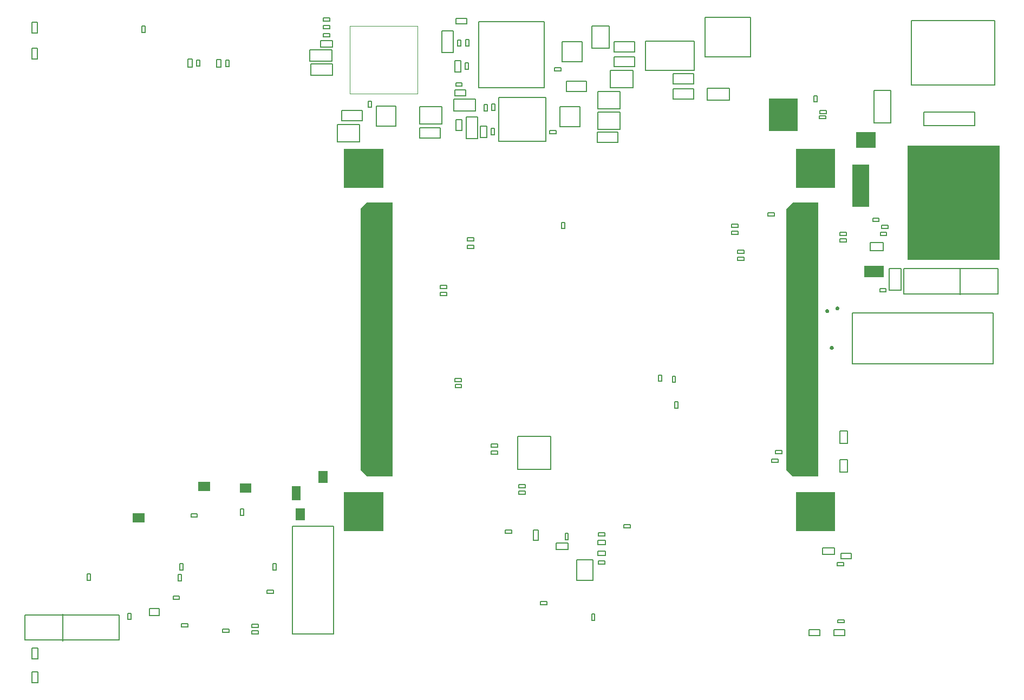
<source format=gbr>
G04*
G04 #@! TF.GenerationSoftware,Altium Limited,Altium Designer,24.2.2 (26)*
G04*
G04 Layer_Color=8388736*
%FSLAX25Y25*%
%MOIN*%
G70*
G04*
G04 #@! TF.SameCoordinates,80A8E479-4E92-43EF-BFA2-91FD1FC97BD2*
G04*
G04*
G04 #@! TF.FilePolarity,Positive*
G04*
G01*
G75*
%ADD12C,0.00787*%
%ADD16C,0.00394*%
G36*
X446286Y-49759D02*
X428571D01*
Y-29681D01*
X446286D01*
Y-49759D01*
D02*
G37*
G36*
X494050Y-60174D02*
X482239D01*
Y-50331D01*
X494050D01*
Y-60174D01*
D02*
G37*
G36*
X469181Y-84827D02*
X445047D01*
Y-60694D01*
X469181D01*
Y-84827D01*
D02*
G37*
G36*
X191031D02*
X166897D01*
Y-60694D01*
X191031D01*
Y-84827D01*
D02*
G37*
G36*
X490241Y-96348D02*
X480005D01*
Y-70364D01*
X490241D01*
Y-96348D01*
D02*
G37*
G36*
X570561Y-128909D02*
X513907D01*
Y-58850D01*
X570561D01*
Y-128909D01*
D02*
G37*
G36*
X499088Y-139575D02*
X487277D01*
Y-132685D01*
X499088D01*
Y-139575D01*
D02*
G37*
G36*
X471061Y-157698D02*
X471452Y-157959D01*
X471713Y-158349D01*
X471805Y-158810D01*
X471713Y-159271D01*
X471625Y-159402D01*
X471452Y-159662D01*
X471061Y-159923D01*
X470600Y-160014D01*
X470140Y-159923D01*
X469749Y-159662D01*
X469575Y-159402D01*
X469488Y-159271D01*
X469396Y-158810D01*
X469488Y-158349D01*
X469749Y-157959D01*
X470140Y-157698D01*
X470600Y-157606D01*
X471061Y-157698D01*
D02*
G37*
G36*
X464884Y-159470D02*
X465274Y-159731D01*
X465535Y-160122D01*
X465627Y-160583D01*
X465535Y-161044D01*
X465448Y-161174D01*
X465274Y-161434D01*
X464884Y-161695D01*
X464423Y-161787D01*
X463962Y-161695D01*
X463571Y-161434D01*
X463398Y-161174D01*
X463310Y-161044D01*
X463218Y-160583D01*
X463310Y-160122D01*
X463571Y-159731D01*
X463962Y-159470D01*
X464423Y-159379D01*
X464884Y-159470D01*
D02*
G37*
G36*
X467648Y-182187D02*
X468038Y-182448D01*
X468299Y-182838D01*
X468391Y-183299D01*
X468299Y-183760D01*
X468212Y-183891D01*
X468038Y-184151D01*
X467648Y-184412D01*
X467187Y-184504D01*
X466726Y-184412D01*
X466335Y-184151D01*
X466162Y-183891D01*
X466074Y-183760D01*
X465982Y-183299D01*
X466074Y-182838D01*
X466335Y-182448D01*
X466726Y-182187D01*
X467187Y-182095D01*
X467648Y-182187D01*
D02*
G37*
G36*
X459007Y-262347D02*
X443259D01*
X439322Y-258410D01*
Y-97701D01*
X443259Y-93764D01*
X459007D01*
Y-262347D01*
D02*
G37*
G36*
X196755D02*
X181007D01*
X177070Y-258410D01*
Y-97701D01*
X181007Y-93764D01*
X196755D01*
Y-262347D01*
D02*
G37*
G36*
X156992Y-266262D02*
X151283D01*
Y-258979D01*
X156992D01*
Y-266262D01*
D02*
G37*
G36*
X84525Y-271555D02*
X77241D01*
Y-265846D01*
X84525D01*
Y-271555D01*
D02*
G37*
G36*
X110002Y-272539D02*
X102718D01*
Y-266831D01*
X110002D01*
Y-272539D01*
D02*
G37*
G36*
X140116Y-276892D02*
X134761D01*
Y-268231D01*
X140116D01*
Y-276892D01*
D02*
G37*
G36*
X142932Y-289339D02*
X137223D01*
Y-282056D01*
X142932D01*
Y-289339D01*
D02*
G37*
G36*
X44193Y-290650D02*
X36909D01*
Y-284941D01*
X44193D01*
Y-290650D01*
D02*
G37*
G36*
X469181Y-296048D02*
X445047D01*
Y-271914D01*
X469181D01*
Y-296048D01*
D02*
G37*
G36*
X191031D02*
X166897D01*
Y-271914D01*
X191031D01*
Y-296048D01*
D02*
G37*
D12*
X160645Y-359497D02*
Y-293159D01*
X135055Y-359497D02*
X160645D01*
X135055D02*
Y-293159D01*
X160645D01*
X119406Y-332431D02*
X123343D01*
Y-334400D02*
Y-332431D01*
X119406Y-334400D02*
X123343D01*
X119406D02*
Y-332431D01*
X123273Y-319967D02*
Y-316030D01*
X125241D01*
Y-319967D02*
Y-316030D01*
X123273Y-319967D02*
X125241D01*
X352579Y5631D02*
X382500D01*
Y-12479D02*
Y5631D01*
X352579Y-12479D02*
X382500D01*
X352579D02*
Y5631D01*
X468567Y-360317D02*
X475260D01*
X468567D02*
Y-356773D01*
X475260D01*
Y-360317D02*
Y-356773D01*
X472039Y-242153D02*
X476961D01*
Y-234278D01*
X472039D02*
X476961D01*
X472039Y-242153D02*
Y-234278D01*
X96112Y-10043D02*
Y-6106D01*
X94143Y-10043D02*
X96112D01*
X94143D02*
Y-6106D01*
X96112D01*
X91256Y-10436D02*
Y-5712D01*
X88500Y-10436D02*
X91256D01*
X88500D02*
Y-5712D01*
X91256D01*
X76201Y-5905D02*
X78169D01*
X76201Y-9842D02*
Y-5905D01*
Y-9842D02*
X78169D01*
Y-5905D01*
X73666Y-10236D02*
Y-5511D01*
X70910Y-10236D02*
X73666D01*
X70910D02*
Y-5511D01*
X73666D01*
X479975Y-161621D02*
X566589D01*
Y-192921D02*
Y-161621D01*
X479975Y-192921D02*
X566589D01*
X479975D02*
Y-161621D01*
X274632Y-267539D02*
X278569D01*
Y-269508D02*
Y-267539D01*
X274632Y-269508D02*
X278569D01*
X274632D02*
Y-267539D01*
X257630Y-248619D02*
X261567D01*
X257630D02*
Y-246650D01*
X261567D01*
Y-248619D02*
Y-246650D01*
X257575Y-244331D02*
X261512D01*
X257575D02*
Y-242363D01*
X261512D01*
Y-244331D02*
Y-242363D01*
X273785Y-237719D02*
X294061D01*
Y-257995D02*
Y-237719D01*
X273785Y-257995D02*
X294061D01*
X273785D02*
Y-237719D01*
X159828Y-15450D02*
Y-8363D01*
X146442D02*
X159828D01*
X146442Y-15450D02*
Y-8363D01*
Y-15450D02*
X159828D01*
X159378Y-6701D02*
Y386D01*
X145992D02*
X159378D01*
X145992Y-6701D02*
Y386D01*
Y-6701D02*
X159378D01*
X159731Y1981D02*
Y5918D01*
X152645D02*
X159731D01*
X152645Y1981D02*
Y5918D01*
Y1981D02*
X159731D01*
X158157Y8196D02*
Y10164D01*
X154220D02*
X158157D01*
X154220Y8196D02*
Y10164D01*
Y8196D02*
X158157D01*
X158187Y13283D02*
Y15252D01*
X154250D02*
X158187D01*
X154250Y13283D02*
Y15252D01*
Y13283D02*
X158187D01*
X158081Y18016D02*
Y19984D01*
X154144D02*
X158081D01*
X154144Y18016D02*
Y19984D01*
Y18016D02*
X158081D01*
X178014Y-43509D02*
Y-37210D01*
X165415D02*
X178014D01*
X165415Y-43509D02*
Y-37210D01*
Y-43509D02*
X178014D01*
X247861Y-37290D02*
Y-30203D01*
X234475D02*
X247861D01*
X234475Y-37290D02*
Y-30203D01*
Y-37290D02*
X247861D01*
X242239Y-41049D02*
X249326D01*
X242239Y-54435D02*
Y-41049D01*
Y-54435D02*
X249326D01*
Y-41049D01*
X250941Y-46625D02*
X254878D01*
X250941Y-53712D02*
Y-46625D01*
Y-53712D02*
X254878D01*
Y-46625D01*
X257403Y-48093D02*
X259371D01*
X257403Y-52030D02*
Y-48093D01*
Y-52030D02*
X259371D01*
Y-48093D01*
X316308Y-25278D02*
Y-18978D01*
X303709D02*
X316308D01*
X303709Y-25278D02*
Y-18978D01*
Y-25278D02*
X316308D01*
X323077Y-35904D02*
Y-25274D01*
Y-35904D02*
X336857D01*
Y-25274D01*
X323077D02*
X336857D01*
X333240Y-3903D02*
X345838D01*
Y-10202D02*
Y-3903D01*
X333240Y-10202D02*
X345838D01*
X333240D02*
Y-3903D01*
X322890Y-56643D02*
Y-50344D01*
Y-56643D02*
X335488D01*
Y-50344D01*
X322890D02*
X335488D01*
X323161Y-48578D02*
Y-37948D01*
Y-48578D02*
X336941D01*
Y-37948D01*
X323161D02*
X336941D01*
X291145Y-55931D02*
Y-29159D01*
X262011D02*
X291145D01*
X262011Y-55931D02*
Y-29159D01*
Y-55931D02*
X291145D01*
X299889Y-34730D02*
X312093D01*
X299889Y-46935D02*
Y-34730D01*
Y-46935D02*
X312093D01*
Y-34730D01*
X227191Y-1474D02*
X234278D01*
Y11912D01*
X227191D02*
X234278D01*
X227191Y-1474D02*
Y11912D01*
X235038Y-6440D02*
X238975D01*
X235038Y-13527D02*
Y-6440D01*
Y-13527D02*
X238975D01*
Y-6440D01*
X-25272Y-5394D02*
X-21728D01*
Y1299D01*
X-25272D02*
X-21728D01*
X-25272Y-5394D02*
Y1299D01*
X474449Y-317232D02*
Y-315263D01*
X470512D02*
X474449D01*
X470512Y-317232D02*
Y-315263D01*
Y-317232D02*
X474449D01*
X28652Y-363176D02*
Y-347585D01*
X-29419Y-363176D02*
X28652D01*
X-29419D02*
Y-347585D01*
X28652D01*
X-6112Y-363569D02*
Y-347192D01*
X198904Y-46638D02*
Y-34433D01*
X186700D02*
X198904D01*
X186700Y-46638D02*
Y-34433D01*
Y-46638D02*
X198904D01*
X235731Y-22160D02*
Y-20191D01*
Y-22160D02*
X239668D01*
Y-20191D01*
X235731D02*
X239668D01*
X290250Y-22952D02*
Y17548D01*
X249750D02*
X290250D01*
X249750Y-22952D02*
Y17548D01*
Y-22952D02*
X290250D01*
X493107Y-44584D02*
X503619D01*
Y-24584D01*
X493107D02*
X503619D01*
X493107Y-44584D02*
Y-24584D01*
X453248Y-360358D02*
Y-356815D01*
Y-360358D02*
X459941D01*
Y-356815D01*
X453248D02*
X459941D01*
X546209Y-150314D02*
Y-133936D01*
X511445Y-149920D02*
X569516D01*
Y-134329D01*
X511445D02*
X569516D01*
X511445Y-149920D02*
Y-134329D01*
X301244Y5152D02*
X313448D01*
X301244Y-7052D02*
Y5152D01*
Y-7052D02*
X313448D01*
Y5152D01*
X213421Y-45504D02*
Y-34874D01*
Y-45504D02*
X227201D01*
Y-34874D01*
X213421D02*
X227201D01*
X257995Y-37154D02*
X259964D01*
Y-33217D01*
X257995D02*
X259964D01*
X257995Y-37154D02*
Y-33217D01*
X333240Y-930D02*
Y5369D01*
Y-930D02*
X345838D01*
Y5369D01*
X333240D02*
X345838D01*
X241915Y2593D02*
X243884D01*
Y6530D01*
X241915D02*
X243884D01*
X241915Y2593D02*
Y6530D01*
X297529Y-51496D02*
Y-49527D01*
X293592D02*
X297529D01*
X293592Y-51496D02*
Y-49527D01*
Y-51496D02*
X297529D01*
X319637Y1329D02*
X330267D01*
Y15108D01*
X319637D02*
X330267D01*
X319637Y1329D02*
Y15108D01*
X274662Y-273382D02*
Y-271414D01*
Y-273382D02*
X278599D01*
Y-271414D01*
X274662D02*
X278599D01*
X236776Y2457D02*
X238745D01*
Y6394D01*
X236776D02*
X238745D01*
X236776Y2457D02*
Y6394D01*
X253193Y-37225D02*
X255161D01*
Y-33288D01*
X253193D02*
X255161D01*
X253193Y-37225D02*
Y-33288D01*
X330947Y-23110D02*
Y-12481D01*
Y-23110D02*
X344726D01*
Y-12481D01*
X330947D02*
X344726D01*
X181890Y-35221D02*
X183859D01*
Y-31284D01*
X181890D02*
X183859D01*
X181890Y-35221D02*
Y-31284D01*
X300560Y-12797D02*
Y-10829D01*
X296623D02*
X300560D01*
X296623Y-12797D02*
Y-10829D01*
Y-12797D02*
X300560D01*
X176644Y-56403D02*
Y-45773D01*
X162864D02*
X176644D01*
X162864Y-56403D02*
Y-45773D01*
Y-56403D02*
X176644D01*
X213544Y-54119D02*
Y-47819D01*
Y-54119D02*
X226143D01*
Y-47819D01*
X213544D02*
X226143D01*
X409302Y-124983D02*
Y-123014D01*
Y-124983D02*
X413239D01*
Y-123014D01*
X409302D02*
X413239D01*
X409102Y-129287D02*
Y-127319D01*
Y-129287D02*
X413039D01*
Y-127319D01*
X409102D02*
X413039D01*
X230074Y-151171D02*
Y-149203D01*
X226137D02*
X230074D01*
X226137Y-151171D02*
Y-149203D01*
Y-151171D02*
X230074D01*
Y-146848D02*
Y-144880D01*
X226137D02*
X230074D01*
X226137Y-146848D02*
Y-144880D01*
Y-146848D02*
X230074D01*
X239293Y-207799D02*
Y-205830D01*
X235356D02*
X239293D01*
X235356Y-207799D02*
Y-205830D01*
Y-207799D02*
X239293D01*
X239160Y-204105D02*
Y-202137D01*
X235223D02*
X239160D01*
X235223Y-204105D02*
Y-202137D01*
Y-204105D02*
X239160D01*
X246902Y-121926D02*
Y-119957D01*
X242965D02*
X246902D01*
X242965Y-121926D02*
Y-119957D01*
Y-121926D02*
X246902D01*
Y-117295D02*
Y-115326D01*
X242965D02*
X246902D01*
X242965Y-117295D02*
Y-115326D01*
Y-117295D02*
X246902D01*
X405437Y-108950D02*
Y-106982D01*
Y-108950D02*
X409374D01*
Y-106982D01*
X405437D02*
X409374D01*
X405437Y-113286D02*
Y-111317D01*
Y-113286D02*
X409374D01*
Y-111317D01*
X405437D02*
X409374D01*
X42565Y14997D02*
X44533D01*
X42565Y11060D02*
Y14997D01*
Y11060D02*
X44533D01*
Y14997D01*
X468759Y-310433D02*
Y-306496D01*
X461672D02*
X468759D01*
X461672Y-310433D02*
Y-306496D01*
Y-310433D02*
X468759D01*
X474830Y-352537D02*
Y-350568D01*
X470893D02*
X474830D01*
X470893Y-352537D02*
Y-350568D01*
Y-352537D02*
X474830D01*
X339324Y-293936D02*
Y-291967D01*
Y-293936D02*
X343262D01*
Y-291967D01*
X339324D02*
X343262D01*
X472955Y-312930D02*
Y-309780D01*
Y-312930D02*
X479254D01*
Y-309780D01*
X472955D02*
X479254D01*
X319353Y-347050D02*
X321322D01*
X319353Y-350987D02*
Y-347050D01*
Y-350987D02*
X321322D01*
Y-347050D01*
X310199Y-313616D02*
X320239D01*
X310199Y-326411D02*
Y-313616D01*
Y-326411D02*
X320239D01*
Y-313616D01*
X323487Y-298989D02*
Y-297020D01*
Y-298989D02*
X327424D01*
Y-297020D01*
X323487D02*
X327424D01*
X323093Y-304340D02*
Y-301584D01*
Y-304340D02*
X327818D01*
Y-301584D01*
X323093D02*
X327818D01*
X323487Y-316253D02*
Y-314284D01*
Y-316253D02*
X327424D01*
Y-314284D01*
X323487D02*
X327424D01*
X323093Y-311037D02*
Y-308282D01*
Y-311037D02*
X327818D01*
Y-308282D01*
X323093D02*
X327818D01*
X297594Y-307324D02*
Y-303387D01*
Y-307324D02*
X304681D01*
Y-303387D01*
X297594D02*
X304681D01*
X303031Y-297340D02*
X305000D01*
X303031Y-301277D02*
Y-297340D01*
Y-301277D02*
X305000D01*
Y-297340D01*
X291923Y-341322D02*
Y-339354D01*
X287986D02*
X291923D01*
X287986Y-341322D02*
Y-339354D01*
Y-341322D02*
X291923D01*
X283467Y-301607D02*
X286617D01*
Y-295308D01*
X283467D02*
X286617D01*
X283467Y-301607D02*
Y-295308D01*
X266110Y-297348D02*
Y-295379D01*
Y-297348D02*
X270047D01*
Y-295379D01*
X266110D02*
X270047D01*
X502613Y-147798D02*
X509700D01*
Y-134412D01*
X502613D02*
X509700D01*
X502613Y-147798D02*
Y-134412D01*
X390650Y-30628D02*
Y-23541D01*
Y-30628D02*
X404035D01*
Y-23541D01*
X390650D02*
X404035D01*
X516157Y-21325D02*
X567658D01*
Y18175D01*
X516157D02*
X567658D01*
X516157Y-21325D02*
Y18175D01*
X235928Y-49394D02*
Y-42701D01*
X239471D01*
Y-49394D02*
Y-42701D01*
X235928Y-49394D02*
X239471D01*
X65740Y-320079D02*
X67708D01*
Y-316142D01*
X65740D02*
X67708D01*
X65740Y-320079D02*
Y-316142D01*
X8959Y-326483D02*
Y-322546D01*
X10928D01*
Y-326483D02*
Y-322546D01*
X8959Y-326483D02*
X10928D01*
X61717Y-336109D02*
X65654D01*
Y-338077D02*
Y-336109D01*
X61717Y-338077D02*
X65654D01*
X61717D02*
Y-336109D01*
X33799Y-346569D02*
X35768D01*
X33799Y-350506D02*
Y-346569D01*
Y-350506D02*
X35768D01*
Y-346569D01*
X523846Y-38107D02*
X555342D01*
Y-46375D02*
Y-38107D01*
X523846Y-46375D02*
X555342D01*
X523846D02*
Y-38107D01*
X64828Y-326583D02*
X66796D01*
Y-322646D01*
X64828D02*
X66796D01*
X64828Y-326583D02*
Y-322646D01*
X47216Y-347920D02*
X53121D01*
Y-343786D01*
X47216D02*
X53121D01*
X47216Y-347920D02*
Y-343786D01*
X70847Y-355114D02*
Y-353145D01*
X66910D02*
X70847D01*
X66910Y-355114D02*
Y-353145D01*
Y-355114D02*
X70847D01*
X110293Y-355265D02*
Y-353296D01*
Y-355265D02*
X114230D01*
Y-353296D01*
X110293D02*
X114230D01*
X110323Y-359294D02*
Y-357326D01*
Y-359294D02*
X114260D01*
Y-357326D01*
X110323D02*
X114260D01*
X92126Y-358286D02*
Y-356318D01*
Y-358286D02*
X96063D01*
Y-356318D01*
X92126D02*
X96063D01*
X103084Y-286326D02*
X105052D01*
Y-282389D01*
X103084D02*
X105052D01*
X103084Y-286326D02*
Y-282389D01*
X76648Y-287524D02*
Y-285555D01*
X72711D02*
X76648D01*
X72711Y-287524D02*
Y-285555D01*
Y-287524D02*
X76648D01*
X472127Y-111990D02*
X476064D01*
Y-113958D02*
Y-111990D01*
X472127Y-113958D02*
X476064D01*
X472127D02*
Y-111990D01*
X235738Y16220D02*
Y19763D01*
Y16220D02*
X242430D01*
Y19763D01*
X235738D02*
X242430D01*
X243548Y-11674D02*
Y-7737D01*
X241579Y-11674D02*
X243548D01*
X241579D02*
Y-7737D01*
X243548D01*
X417178Y-4119D02*
Y20369D01*
X389186D02*
X417178D01*
X389186Y-4119D02*
Y20369D01*
Y-4119D02*
X417178D01*
X300994Y-105905D02*
X302962D01*
X300994Y-109843D02*
Y-105905D01*
Y-109843D02*
X302962D01*
Y-105905D01*
X369442Y-30179D02*
X382041D01*
X369442D02*
Y-23880D01*
X382041D01*
Y-30179D02*
Y-23880D01*
X-25197Y-374803D02*
Y-368110D01*
X-21654D01*
Y-374803D02*
Y-368110D01*
X-25197Y-374803D02*
X-21654D01*
X-25272Y10531D02*
Y17224D01*
X-21728D01*
Y10531D02*
Y17224D01*
X-25272Y10531D02*
X-21728D01*
X369442Y-20829D02*
X382041D01*
X369442D02*
Y-14529D01*
X382041D01*
Y-20829D02*
Y-14529D01*
X-25137Y-389398D02*
Y-382705D01*
X-21594D01*
Y-389398D02*
Y-382705D01*
X-25137Y-389398D02*
X-21594D01*
X492395Y-105360D02*
X496332D01*
X492395D02*
Y-103392D01*
X496332D01*
Y-105360D02*
Y-103392D01*
X432480Y-248439D02*
X436417D01*
X432480D02*
Y-246471D01*
X436417D01*
Y-248439D02*
Y-246471D01*
X497853Y-109639D02*
Y-107670D01*
Y-109639D02*
X501790D01*
Y-107670D01*
X497853D02*
X501790D01*
X427896Y-102189D02*
Y-100221D01*
Y-102189D02*
X431833D01*
Y-100221D01*
X427896D02*
X431833D01*
X434043Y-253701D02*
Y-251732D01*
X430106D02*
X434043D01*
X430106Y-253701D02*
Y-251732D01*
Y-253701D02*
X434043D01*
X472039Y-251972D02*
X476961D01*
X472039Y-259846D02*
Y-251972D01*
Y-259846D02*
X476961D01*
Y-251972D01*
X490835Y-123276D02*
Y-118354D01*
Y-123276D02*
X498709D01*
Y-118354D01*
X490835D02*
X498709D01*
X500961Y-113925D02*
Y-111956D01*
X497024D02*
X500961D01*
X497024Y-113925D02*
Y-111956D01*
Y-113925D02*
X500961D01*
X456250Y-31858D02*
X458218D01*
Y-27921D01*
X456250D02*
X458218D01*
X456250Y-31858D02*
Y-27921D01*
X459921Y-38933D02*
Y-36964D01*
Y-38933D02*
X463858D01*
Y-36964D01*
X459921D02*
X463858D01*
X459527Y-42217D02*
Y-40249D01*
Y-42217D02*
X463464D01*
Y-40249D01*
X459527D02*
X463464D01*
X496734Y-148739D02*
Y-146770D01*
Y-148739D02*
X500671D01*
Y-146770D01*
X496734D02*
X500671D01*
X472127Y-117955D02*
Y-115987D01*
Y-117955D02*
X476064D01*
Y-115987D01*
X472127D02*
X476064D01*
X360440Y-199922D02*
X362408D01*
X360440Y-203859D02*
Y-199922D01*
Y-203859D02*
X362408D01*
Y-199922D01*
X370573Y-220478D02*
X372542D01*
Y-216541D01*
X370573D02*
X372542D01*
X370573Y-220478D02*
Y-216541D01*
X369014Y-200571D02*
X370983D01*
X369014Y-204508D02*
Y-200571D01*
Y-204508D02*
X370983D01*
Y-200571D01*
X235157Y-28092D02*
Y-24548D01*
Y-28092D02*
X241850D01*
Y-24548D01*
X235157D02*
X241850D01*
D16*
X170387Y-26792D02*
Y14940D01*
X212120D01*
Y-26792D02*
Y14940D01*
X170387Y-26792D02*
X212120D01*
M02*

</source>
